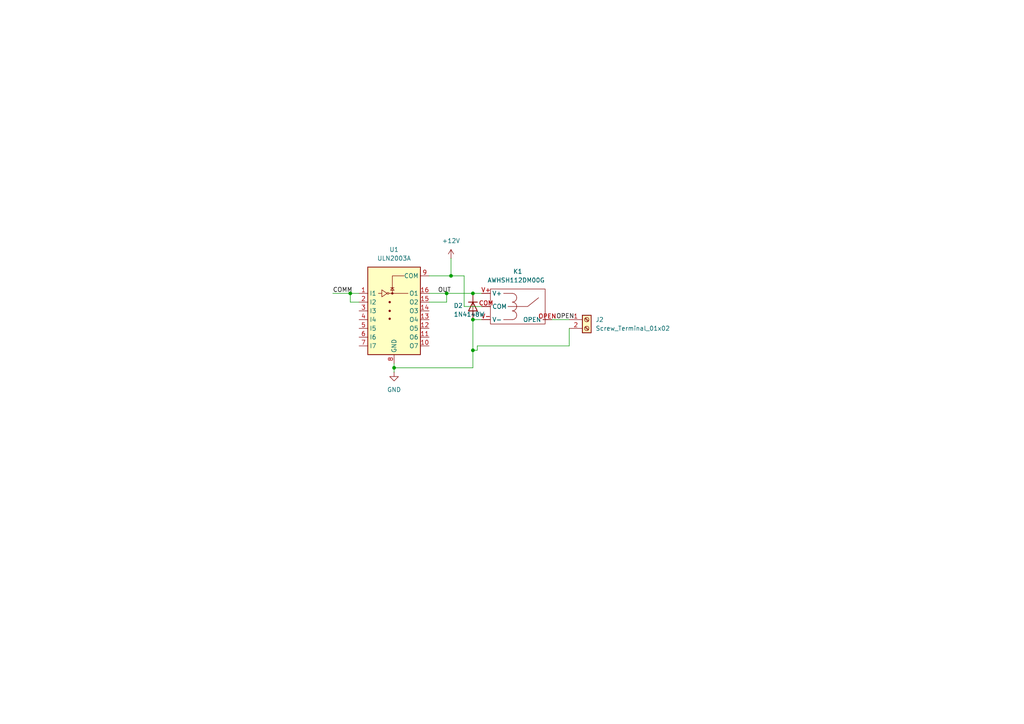
<source format=kicad_sch>
(kicad_sch (version 20231120) (generator "eeschema") (generator_version "8.0")
  (paper "A4")
  (lib_symbols
    (symbol "Connector:Screw_Terminal_01x02" (pin_names (offset 1.016) hide)
      (property "Reference" "J" (at 0 2.54 0))
      (property "Value" "Screw_Terminal_01x02" (at 0 -5.08 0))
      (symbol "Screw_Terminal_01x02_1_1"
        (rectangle (start -1.27 1.27) (end 1.27 -3.81) (stroke (width 0.254)) (fill (type background)))
        (circle (center 0 -2.54) (radius 0.635) (stroke (width 0.1524)))
        (polyline (pts (xy -0.5334 -2.2098) (xy 0.3302 -3.048)) (stroke (width 0.1524)))
        (polyline (pts (xy -0.5334 0.3302) (xy 0.3302 -0.508)) (stroke (width 0.1524)))
        (polyline (pts (xy -0.3556 -2.032) (xy 0.508 -2.8702)) (stroke (width 0.1524)))
        (polyline (pts (xy -0.3556 0.508) (xy 0.508 -0.3302)) (stroke (width 0.1524)))
        (circle (center 0 0) (radius 0.635) (stroke (width 0.1524)))
        (pin passive line (at -5.08 0 0) (length 3.81) (name "Pin_1") (number "1"))
        (pin passive line (at -5.08 -2.54 0) (length 3.81) (name "Pin_2") (number "2"))
      )
    )
    (symbol "Diode:1N4148W" (pin_numbers hide) (pin_names hide)
      (property "Reference" "D" (at 0 2.54 0))
      (property "Value" "1N4148W" (at 0 -2.54 0))
      (symbol "1N4148W_0_1"
        (polyline (pts (xy -1.27 1.27) (xy -1.27 -1.27)) (stroke (width 0.254)))
        (polyline (pts (xy 1.27 0) (xy -1.27 0)))
        (polyline (pts (xy 1.27 1.27) (xy 1.27 -1.27) (xy -1.27 0) (xy 1.27 1.27)) (stroke (width 0.254)))
      )
      (symbol "1N4148W_1_1"
        (pin passive line (at -3.81 0 0) (length 2.54) (name "K") (number "1"))
        (pin passive line (at 3.81 0 180) (length 2.54) (name "A") (number "2"))
      )
    )
    (symbol "Relay:AWHSH112DM00G"
      (property "Reference" "K" (at 0 8.89 0))
      (property "Value" "AWHSH112DM00G " (at 1.27 6.35 0))
      (symbol "AWHSH112DM00G_0_1"
        (arc (start -1.27 -3.81) (mid -0.372 -3.438) (end 0 -2.54))
        (arc (start -1.27 -1.27) (mid -0.372 -0.898) (end 0 0))
        (arc (start -1.27 1.27) (mid -0.372 1.642) (end 0 2.54))
        (arc (start 0 -2.54) (mid -0.372 -1.642) (end -1.27 -1.27))
        (arc (start 0 0) (mid -0.372 0.898) (end -1.27 1.27))
        (polyline (pts (xy -3.81 -3.81) (xy -1.27 -3.81)))
        (polyline (pts (xy -3.81 3.81) (xy -3.81 3.81)))
        (polyline (pts (xy -3.81 3.81) (xy -1.27 3.81)))
        (polyline (pts (xy -2.54 0) (xy 3.175 0) (xy 6.35 2.54)))
        (polyline (pts (xy -7.62 5.08) (xy -7.62 -5.08) (xy 8.255 -5.08) (xy 8.255 5.08) (xy -7.62 5.08)))
        (arc (start 0 2.54) (mid -0.372 3.438) (end -1.27 3.81))
      )
      (symbol "AWHSH112DM00G_1_1"
        (pin power_in line (at -10.16 0 0) (length 2.54) (name "COM") (number "COM"))
        (pin power_out line (at 10.16 -3.81 180) (length 2.54) (name "OPEN") (number "OPEN"))
        (pin power_in line (at -10.16 3.81 0) (length 2.54) (name "V+") (number "V+"))
        (pin power_out line (at -10.16 -3.81 0) (length 2.54) (name "V-") (number "V-"))
      )
    )
    (symbol "Transistor_Array:ULN2003A"
      (property "Reference" "U" (at 0 15.875 0))
      (property "Value" "ULN2003A" (at 0 13.97 0))
      (symbol "ULN2003A_0_1"
        (rectangle (start -7.62 -12.7) (end 7.62 12.7) (stroke (width 0.254)) (fill (type background)))
        (circle (center -1.778 5.08) (radius 0.254))
        (circle (center -1.27 -2.286) (radius 0.254) (fill (type outline)))
        (circle (center -1.27 0) (radius 0.254) (fill (type outline)))
        (circle (center -1.27 2.54) (radius 0.254) (fill (type outline)))
        (circle (center -0.508 5.08) (radius 0.254) (fill (type outline)))
        (polyline (pts (xy -4.572 5.08) (xy -3.556 5.08)))
        (polyline (pts (xy -1.524 5.08) (xy 4.064 5.08)))
        (polyline (pts (xy 0 6.731) (xy -1.016 6.731)))
        (polyline (pts (xy -0.508 5.08) (xy -0.508 10.16) (xy 2.921 10.16)))
        (polyline (pts (xy -3.556 6.096) (xy -3.556 4.064) (xy -2.032 5.08) (xy -3.556 6.096)))
        (polyline (pts (xy 0 5.969) (xy -1.016 5.969) (xy -0.508 6.731) (xy 0 5.969)))
      )
      (symbol "ULN2003A_1_1"
        (pin input line (at -10.16 5.08 0) (length 2.54) (name "I1") (number "1"))
        (pin open_collector line (at 10.16 -10.16 180) (length 2.54) (name "O7") (number "10"))
        (pin open_collector line (at 10.16 -7.62 180) (length 2.54) (name "O6") (number "11"))
        (pin open_collector line (at 10.16 -5.08 180) (length 2.54) (name "O5") (number "12"))
        (pin open_collector line (at 10.16 -2.54 180) (length 2.54) (name "O4") (number "13"))
        (pin open_collector line (at 10.16 0 180) (length 2.54) (name "O3") (number "14"))
        (pin open_collector line (at 10.16 2.54 180) (length 2.54) (name "O2") (number "15"))
        (pin open_collector line (at 10.16 5.08 180) (length 2.54) (name "O1") (number "16"))
        (pin input line (at -10.16 2.54 0) (length 2.54) (name "I2") (number "2"))
        (pin input line (at -10.16 0 0) (length 2.54) (name "I3") (number "3"))
        (pin input line (at -10.16 -2.54 0) (length 2.54) (name "I4") (number "4"))
        (pin input line (at -10.16 -5.08 0) (length 2.54) (name "I5") (number "5"))
        (pin input line (at -10.16 -7.62 0) (length 2.54) (name "I6") (number "6"))
        (pin input line (at -10.16 -10.16 0) (length 2.54) (name "I7") (number "7"))
        (pin power_in line (at 0 -15.24 90) (length 2.54) (name "GND") (number "8"))
        (pin passive line (at 10.16 10.16 180) (length 2.54) (name "COM") (number "9"))
      )
    )
    (symbol "power:+12V" (power) (pin_numbers hide) (pin_names (offset 0) hide)
      (property "Value" "+12V" (at 0 3.556 0))
      (symbol "+12V_0_1"
        (polyline (pts (xy -0.762 1.27) (xy 0 2.54)))
        (polyline (pts (xy 0 0) (xy 0 2.54)))
        (polyline (pts (xy 0 2.54) (xy 0.762 1.27)))
      )
      (symbol "+12V_1_1"
        (pin power_in line (at 0 0 90) (length 0) (name "~") (number "1"))
      )
    )
    (symbol "power:GND" (power) (pin_numbers hide) (pin_names (offset 0) hide)
      (property "Value" "GND" (at 0 -3.81 0))
      (symbol "GND_0_1"
        (polyline (pts (xy 0 0) (xy 0 -1.27) (xy 1.27 -1.27) (xy 0 -2.54) (xy -1.27 -1.27) (xy 0 -1.27)))
      )
      (symbol "GND_1_1"
        (pin power_in line (at 0 0 270) (length 0) (name "~") (number "1"))
      )
    )
  )
  (junction (at 101.6 85.09))
  (junction (at 114.3 106.68))
  (junction (at 137.16 92.71))
  (junction (at 129.54 85.09))
  (junction (at 130.81 80.01))
  (junction (at 137.16 101.6))
  (junction (at 137.16 85.09))
  (wire (pts (xy 138.43 100.33) (xy 138.43 101.6)))
  (wire (pts (xy 124.46 85.09) (xy 129.54 85.09)))
  (wire (pts (xy 114.3 105.41) (xy 114.3 106.68)))
  (wire (pts (xy 129.54 87.63) (xy 129.54 85.09)))
  (wire (pts (xy 124.46 87.63) (xy 129.54 87.63)))
  (wire (pts (xy 130.81 80.01) (xy 130.81 74.93)))
  (wire (pts (xy 101.6 85.09) (xy 101.6 87.63)))
  (wire (pts (xy 137.16 92.71) (xy 137.16 101.6)))
  (wire (pts (xy 129.54 85.09) (xy 137.16 85.09)))
  (wire (pts (xy 137.16 85.09) (xy 139.7 85.09)))
  (wire (pts (xy 138.43 100.33) (xy 165.1 100.33)))
  (wire (pts (xy 160.02 92.71) (xy 165.1 92.71)))
  (wire (pts (xy 130.81 80.01) (xy 134.62 80.01)))
  (wire (pts (xy 101.6 87.63) (xy 104.14 87.63)))
  (wire (pts (xy 134.62 88.9) (xy 139.7 88.9)))
  (wire (pts (xy 96.52 85.09) (xy 101.6 85.09)))
  (wire (pts (xy 137.16 92.71) (xy 139.7 92.71)))
  (wire (pts (xy 114.3 106.68) (xy 114.3 107.95)))
  (wire (pts (xy 137.16 101.6) (xy 137.16 106.68)))
  (wire (pts (xy 104.14 85.09) (xy 101.6 85.09)))
  (wire (pts (xy 124.46 80.01) (xy 130.81 80.01)))
  (wire (pts (xy 134.62 80.01) (xy 134.62 88.9)))
  (wire (pts (xy 137.16 106.68) (xy 114.3 106.68)))
  (wire (pts (xy 165.1 100.33) (xy 165.1 95.25)))
  (wire (pts (xy 138.43 101.6) (xy 137.16 101.6)))
  (label "OUT" (at 127 85.09 0))
  (label "COMM" (at 96.52 85.09 0))
  (label "OPEN" (at 161.29 92.71 0))
  (symbol (lib_id "Transistor_Array:ULN2003A") (at 114.3 90.17 0) (unit 1)
    (property "Reference" "U1" (at 114.3 72.39 0))
    (property "Value" "ULN2003A" (at 114.3 74.93 0))
    (property "Footprint" "Package_SO:SOIC-16W_5.3x10.2mm_P1.27mm" (effects (hide yes)))
    (property "Datasheet" "http://www.ti.com/lit/ds/symlink/uln2003a.pdf" (effects (hide yes)))
    (property "Description" "High Voltage, High Current Darlington Transistor Arrays, SOIC16/SOIC16W/DIP16/TSSOP16" (effects (hide yes)))
  )
  (symbol (lib_id "Diode:1N4148W") (at 137.16 88.9 270) (unit 1)
    (property "Reference" "D2" (at 131.572 88.646 90) (effects (justify left)))
    (property "Value" "1N4148W" (at 131.572 91.186 90) (effects (justify left)))
    (property "Footprint" "Diode_SMD:D_SOD-123" (effects (hide yes)))
    (property "Datasheet" "https://www.vishay.com/docs/85748/1n4148w.pdf" (effects (hide yes)))
    (property "Description" "75V 0.15A Fast Switching Diode, SOD-123" (effects (hide yes)))
    (property "Sim.Device" "D" (effects (hide yes)))
    (property "Sim.Pins" "1=K 2=A" (effects (hide yes)))
  )
  (symbol (lib_id "power:+12V") (at 130.81 74.93 0) (unit 1)
    (property "Reference" "#PWR01" (effects (hide yes)))
    (property "Value" "+12V" (at 130.81 69.85 0))
    (property "Description" "Power symbol creates a global label with name \"+12V\"" (effects (hide yes)))
  )
  (symbol (lib_id "Relay:AWHSH112DM00G") (at 149.86 88.9 0) (unit 1)
    (property "Reference" "K1" (at 150.1775 78.74 0))
    (property "Value" "AWHSH112DM00G " (at 150.1775 81.28 0))
    (property "Footprint" "Relay_THT:AWHSH112DM00G" (effects (hide yes)))
  )
  (symbol (lib_id "power:GND") (at 114.3 107.95 0) (unit 1)
    (property "Reference" "#PWR02" (effects (hide yes)))
    (property "Value" "GND" (at 114.3 113.03 0))
    (property "Description" "Power symbol creates a global label with name \"GND\" , ground" (effects (hide yes)))
  )
  (symbol (lib_id "Connector:Screw_Terminal_01x02") (at 170.18 92.71 0) (unit 1)
    (property "Reference" "J2" (at 172.72 92.7099 0) (effects (justify left)))
    (property "Value" "Screw_Terminal_01x02" (at 172.72 95.2499 0) (effects (justify left)))
    (property "Footprint" "TerminalBlock:TerminalBlock_bornier-2_P5.08mm" (effects (hide yes)))
    (property "Description" "Generic screw terminal, single row, 01x02, script generated (kicad-library-utils/schlib/autogen/connector/)" (effects (hide yes)))
  )
)
</source>
